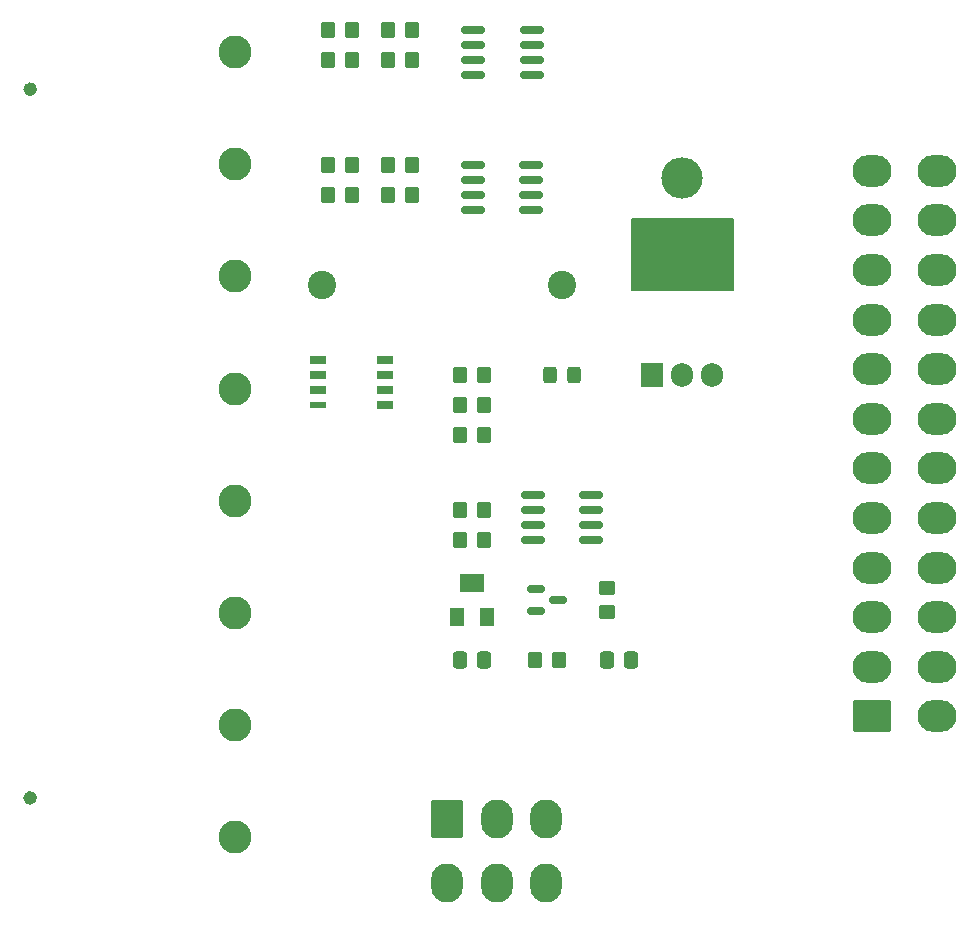
<source format=gbr>
%TF.GenerationSoftware,KiCad,Pcbnew,7.0.1*%
%TF.CreationDate,2024-01-20T22:06:59+00:00*%
%TF.ProjectId,PowerDelivery,506f7765-7244-4656-9c69-766572792e6b,rev?*%
%TF.SameCoordinates,Original*%
%TF.FileFunction,Soldermask,Top*%
%TF.FilePolarity,Negative*%
%FSLAX46Y46*%
G04 Gerber Fmt 4.6, Leading zero omitted, Abs format (unit mm)*
G04 Created by KiCad (PCBNEW 7.0.1) date 2024-01-20 22:06:59*
%MOMM*%
%LPD*%
G01*
G04 APERTURE LIST*
G04 Aperture macros list*
%AMRoundRect*
0 Rectangle with rounded corners*
0 $1 Rounding radius*
0 $2 $3 $4 $5 $6 $7 $8 $9 X,Y pos of 4 corners*
0 Add a 4 corners polygon primitive as box body*
4,1,4,$2,$3,$4,$5,$6,$7,$8,$9,$2,$3,0*
0 Add four circle primitives for the rounded corners*
1,1,$1+$1,$2,$3*
1,1,$1+$1,$4,$5*
1,1,$1+$1,$6,$7*
1,1,$1+$1,$8,$9*
0 Add four rect primitives between the rounded corners*
20,1,$1+$1,$2,$3,$4,$5,0*
20,1,$1+$1,$4,$5,$6,$7,0*
20,1,$1+$1,$6,$7,$8,$9,0*
20,1,$1+$1,$8,$9,$2,$3,0*%
G04 Aperture macros list end*
%ADD10C,0.575000*%
%ADD11C,0.150000*%
%ADD12RoundRect,0.250000X0.350000X0.450000X-0.350000X0.450000X-0.350000X-0.450000X0.350000X-0.450000X0*%
%ADD13RoundRect,0.250001X-1.099999X-1.399999X1.099999X-1.399999X1.099999X1.399999X-1.099999X1.399999X0*%
%ADD14O,2.700000X3.300000*%
%ADD15C,2.800000*%
%ADD16RoundRect,0.150000X-0.825000X-0.150000X0.825000X-0.150000X0.825000X0.150000X-0.825000X0.150000X0*%
%ADD17RoundRect,0.250000X0.325000X0.450000X-0.325000X0.450000X-0.325000X-0.450000X0.325000X-0.450000X0*%
%ADD18C,2.400000*%
%ADD19RoundRect,0.250000X-0.350000X-0.450000X0.350000X-0.450000X0.350000X0.450000X-0.350000X0.450000X0*%
%ADD20R,1.450000X0.650000*%
%ADD21R,1.450000X0.600000*%
%ADD22R,1.300000X1.600000*%
%ADD23R,2.000000X1.600000*%
%ADD24RoundRect,0.150000X-0.587500X-0.150000X0.587500X-0.150000X0.587500X0.150000X-0.587500X0.150000X0*%
%ADD25RoundRect,0.250000X0.337500X0.475000X-0.337500X0.475000X-0.337500X-0.475000X0.337500X-0.475000X0*%
%ADD26RoundRect,0.250000X-0.337500X-0.475000X0.337500X-0.475000X0.337500X0.475000X-0.337500X0.475000X0*%
%ADD27RoundRect,0.250001X1.399999X-1.099999X1.399999X1.099999X-1.399999X1.099999X-1.399999X-1.099999X0*%
%ADD28O,3.300000X2.700000*%
%ADD29O,3.500000X3.500000*%
%ADD30R,1.905000X2.000000*%
%ADD31O,1.905000X2.000000*%
%ADD32RoundRect,0.250000X-0.450000X0.350000X-0.450000X-0.350000X0.450000X-0.350000X0.450000X0.350000X0*%
G04 APERTURE END LIST*
D10*
X115287500Y-128500000D02*
G75*
G03*
X115287500Y-128500000I-287500J0D01*
G01*
D11*
X166000000Y-79500000D02*
X174500000Y-79500000D01*
X174500000Y-85500000D01*
X166000000Y-85500000D01*
X166000000Y-79500000D01*
G36*
X166000000Y-79500000D02*
G01*
X174500000Y-79500000D01*
X174500000Y-85500000D01*
X166000000Y-85500000D01*
X166000000Y-79500000D01*
G37*
D10*
X115287500Y-68500000D02*
G75*
G03*
X115287500Y-68500000I-287500J0D01*
G01*
D12*
%TO.C,R10*%
X153400000Y-92710000D03*
X151400000Y-92710000D03*
%TD*%
D13*
%TO.C,J1*%
X150300000Y-130250000D03*
D14*
X154500000Y-130250000D03*
X158700000Y-130250000D03*
X150300000Y-135750000D03*
X154500000Y-135750000D03*
X158700000Y-135750000D03*
%TD*%
D15*
%TO.C,J3*%
X132305000Y-65345000D03*
X132305000Y-74845000D03*
X132305000Y-84345000D03*
X132305000Y-93845000D03*
X132305000Y-103345000D03*
X132305000Y-112845000D03*
X132305000Y-122345000D03*
X132305000Y-131845000D03*
%TD*%
D16*
%TO.C,U1*%
X152530000Y-63500000D03*
X152530000Y-64770000D03*
X152530000Y-66040000D03*
X152530000Y-67310000D03*
X157480000Y-67310000D03*
X157480000Y-66040000D03*
X157480000Y-64770000D03*
X157480000Y-63500000D03*
%TD*%
D17*
%TO.C,D1*%
X161045000Y-92710000D03*
X158995000Y-92710000D03*
%TD*%
D18*
%TO.C,R6*%
X139700000Y-85090000D03*
X160020000Y-85090000D03*
%TD*%
D19*
%TO.C,R4*%
X145320000Y-77470000D03*
X147320000Y-77470000D03*
%TD*%
D20*
%TO.C,U3*%
X139415000Y-91440000D03*
X139415000Y-92710000D03*
X139415000Y-93980000D03*
D21*
X139415000Y-95250000D03*
D20*
X145065000Y-95250000D03*
X145065000Y-93980000D03*
X145065000Y-92710000D03*
X145065000Y-91440000D03*
%TD*%
D22*
%TO.C,RV1*%
X151150000Y-113210000D03*
D23*
X152400000Y-110310000D03*
D22*
X153650000Y-113210000D03*
%TD*%
D24*
%TO.C,Q1*%
X157812500Y-110810000D03*
X157812500Y-112710000D03*
X159687500Y-111760000D03*
%TD*%
D12*
%TO.C,R16*%
X159750000Y-116840000D03*
X157750000Y-116840000D03*
%TD*%
D25*
%TO.C,C1*%
X153437500Y-116840000D03*
X151362500Y-116840000D03*
%TD*%
D12*
%TO.C,R8*%
X142240000Y-66040000D03*
X140240000Y-66040000D03*
%TD*%
D26*
%TO.C,C2*%
X163830000Y-116840000D03*
X165905000Y-116840000D03*
%TD*%
D16*
%TO.C,U5*%
X157545000Y-102870000D03*
X157545000Y-104140000D03*
X157545000Y-105410000D03*
X157545000Y-106680000D03*
X162495000Y-106680000D03*
X162495000Y-105410000D03*
X162495000Y-104140000D03*
X162495000Y-102870000D03*
%TD*%
D12*
%TO.C,R14*%
X153400000Y-106680000D03*
X151400000Y-106680000D03*
%TD*%
D27*
%TO.C,J2*%
X186250000Y-121600000D03*
D28*
X186250000Y-117400000D03*
X186250000Y-113200000D03*
X186250000Y-109000000D03*
X186250000Y-104800000D03*
X186250000Y-100600000D03*
X186250000Y-96400000D03*
X186250000Y-92200000D03*
X186250000Y-88000000D03*
X186250000Y-83800000D03*
X186250000Y-79600000D03*
X186250000Y-75400000D03*
X191750000Y-121600000D03*
X191750000Y-117400000D03*
X191750000Y-113200000D03*
X191750000Y-109000000D03*
X191750000Y-104800000D03*
X191750000Y-100600000D03*
X191750000Y-96400000D03*
X191750000Y-92200000D03*
X191750000Y-88000000D03*
X191750000Y-83800000D03*
X191750000Y-79600000D03*
X191750000Y-75400000D03*
%TD*%
D12*
%TO.C,R9*%
X142240000Y-77470000D03*
X140240000Y-77470000D03*
%TD*%
D19*
%TO.C,R3*%
X145320000Y-66040000D03*
X147320000Y-66040000D03*
%TD*%
D29*
%TO.C,U4*%
X170180000Y-76050000D03*
D30*
X167640000Y-92710000D03*
D31*
X170180000Y-92710000D03*
X172720000Y-92710000D03*
%TD*%
D16*
%TO.C,U2*%
X152465000Y-74930000D03*
X152465000Y-76200000D03*
X152465000Y-77470000D03*
X152465000Y-78740000D03*
X157415000Y-78740000D03*
X157415000Y-77470000D03*
X157415000Y-76200000D03*
X157415000Y-74930000D03*
%TD*%
D19*
%TO.C,R12*%
X151400000Y-97790000D03*
X153400000Y-97790000D03*
%TD*%
%TO.C,R2*%
X145320000Y-74930000D03*
X147320000Y-74930000D03*
%TD*%
D12*
%TO.C,R11*%
X153400000Y-95250000D03*
X151400000Y-95250000D03*
%TD*%
D19*
%TO.C,R13*%
X151400000Y-104140000D03*
X153400000Y-104140000D03*
%TD*%
D32*
%TO.C,R15*%
X163830000Y-110760000D03*
X163830000Y-112760000D03*
%TD*%
D19*
%TO.C,R1*%
X145320000Y-63500000D03*
X147320000Y-63500000D03*
%TD*%
%TO.C,R5*%
X140240000Y-63500000D03*
X142240000Y-63500000D03*
%TD*%
%TO.C,R7*%
X140240000Y-74930000D03*
X142240000Y-74930000D03*
%TD*%
M02*

</source>
